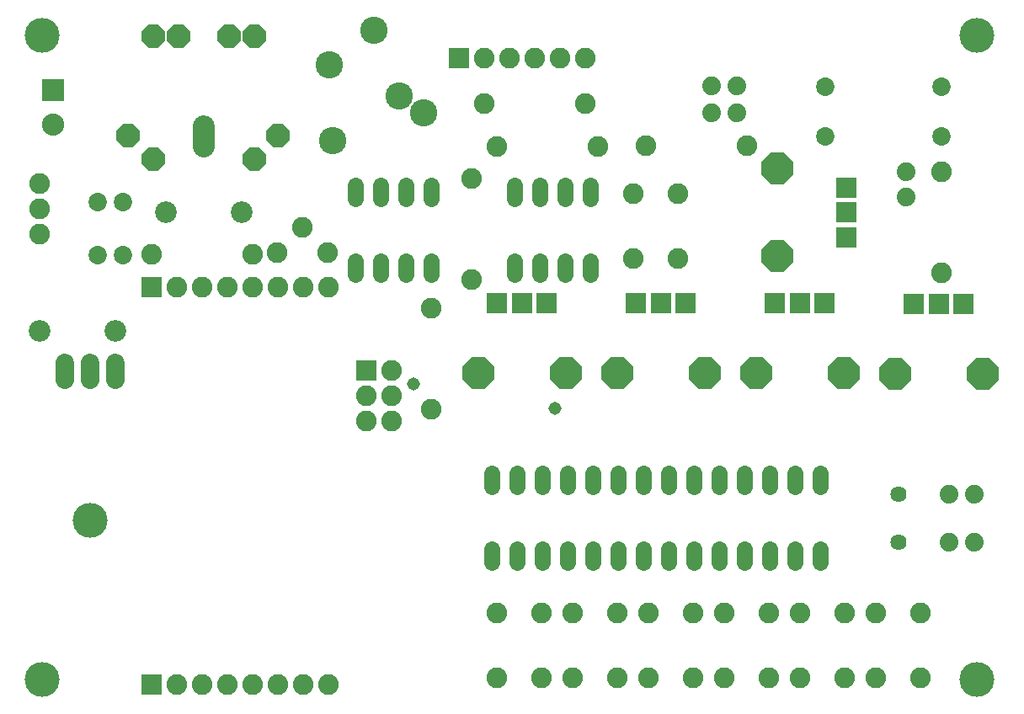
<source format=gbs>
G75*
%MOIN*%
%OFA0B0*%
%FSLAX24Y24*%
%IPPOS*%
%LPD*%
%AMOC8*
5,1,8,0,0,1.08239X$1,22.5*
%
%ADD10C,0.0720*%
%ADD11C,0.1380*%
%ADD12C,0.0730*%
%ADD13C,0.0880*%
%ADD14R,0.0880X0.0880*%
%ADD15R,0.0820X0.0820*%
%ADD16C,0.0820*%
%ADD17C,0.0640*%
%ADD18C,0.0640*%
%ADD19C,0.0740*%
%ADD20OC8,0.1261*%
%ADD21C,0.0860*%
%ADD22C,0.1080*%
%ADD23C,0.0860*%
%ADD24OC8,0.0940*%
%ADD25C,0.0516*%
D10*
X002275Y013255D02*
X002275Y013895D01*
X003275Y013895D02*
X003275Y013255D01*
X004275Y013255D02*
X004275Y013895D01*
D11*
X001375Y001375D03*
X003275Y007675D03*
X001375Y026875D03*
X038375Y026875D03*
X038375Y001375D03*
D12*
X036975Y022890D03*
X036975Y024860D03*
X032375Y024860D03*
X032375Y022890D03*
X004575Y020275D03*
X003575Y020275D03*
X003575Y018175D03*
X004575Y018175D03*
D13*
X001825Y023336D03*
D14*
X001825Y024714D03*
D15*
X005733Y016910D03*
X014225Y013625D03*
X019391Y016281D03*
X020375Y016281D03*
X021359Y016281D03*
X024891Y016281D03*
X025875Y016281D03*
X026859Y016281D03*
X030391Y016281D03*
X031375Y016281D03*
X032359Y016281D03*
X033231Y018891D03*
X033231Y019875D03*
X033231Y020859D03*
X035891Y016231D03*
X036875Y016231D03*
X037859Y016231D03*
X017875Y025975D03*
X005733Y001162D03*
D16*
X006733Y001162D03*
X007733Y001162D03*
X008733Y001162D03*
X009733Y001162D03*
X010733Y001162D03*
X011733Y001162D03*
X012733Y001162D03*
X019385Y001445D03*
X021165Y001445D03*
X022385Y001445D03*
X024165Y001445D03*
X025385Y001445D03*
X027165Y001445D03*
X028385Y001445D03*
X030165Y001445D03*
X031385Y001445D03*
X033165Y001445D03*
X034385Y001445D03*
X036165Y001445D03*
X036165Y004005D03*
X034385Y004005D03*
X033165Y004005D03*
X031385Y004005D03*
X030165Y004005D03*
X028385Y004005D03*
X027165Y004005D03*
X025385Y004005D03*
X024165Y004005D03*
X022385Y004005D03*
X021165Y004005D03*
X019385Y004005D03*
X015225Y011625D03*
X014225Y011625D03*
X014225Y012625D03*
X015225Y012625D03*
X015225Y013625D03*
X016775Y012075D03*
X016775Y016075D03*
X018375Y017225D03*
X018375Y021225D03*
X019375Y022475D03*
X018875Y024175D03*
X018875Y025975D03*
X019875Y025975D03*
X020875Y025975D03*
X021875Y025975D03*
X022875Y025975D03*
X022875Y024175D03*
X023375Y022475D03*
X025275Y022525D03*
X024785Y020605D03*
X026565Y020605D03*
X029275Y022525D03*
X026565Y018045D03*
X024785Y018045D03*
X012733Y016910D03*
X011733Y016910D03*
X010733Y016910D03*
X009733Y016910D03*
X008733Y016910D03*
X007733Y016910D03*
X006733Y016910D03*
X005725Y018225D03*
X009725Y018225D03*
X010675Y018275D03*
X011675Y019275D03*
X012675Y018275D03*
X001275Y019025D03*
X001275Y020025D03*
X001275Y021025D03*
X036975Y021475D03*
X036975Y017475D03*
D17*
X032175Y009555D02*
X032175Y008995D01*
X031175Y008995D02*
X031175Y009555D01*
X030175Y009555D02*
X030175Y008995D01*
X029175Y008995D02*
X029175Y009555D01*
X028175Y009555D02*
X028175Y008995D01*
X027175Y008995D02*
X027175Y009555D01*
X026175Y009555D02*
X026175Y008995D01*
X025175Y008995D02*
X025175Y009555D01*
X024175Y009555D02*
X024175Y008995D01*
X023175Y008995D02*
X023175Y009555D01*
X022175Y009555D02*
X022175Y008995D01*
X021175Y008995D02*
X021175Y009555D01*
X020175Y009555D02*
X020175Y008995D01*
X019175Y008995D02*
X019175Y009555D01*
X019175Y006555D02*
X019175Y005995D01*
X020175Y005995D02*
X020175Y006555D01*
X021175Y006555D02*
X021175Y005995D01*
X022175Y005995D02*
X022175Y006555D01*
X023175Y006555D02*
X023175Y005995D01*
X024175Y005995D02*
X024175Y006555D01*
X025175Y006555D02*
X025175Y005995D01*
X026175Y005995D02*
X026175Y006555D01*
X027175Y006555D02*
X027175Y005995D01*
X028175Y005995D02*
X028175Y006555D01*
X029175Y006555D02*
X029175Y005995D01*
X030175Y005995D02*
X030175Y006555D01*
X031175Y006555D02*
X031175Y005995D01*
X032175Y005995D02*
X032175Y006555D01*
X023075Y017395D02*
X023075Y017955D01*
X022075Y017955D02*
X022075Y017395D01*
X021075Y017395D02*
X021075Y017955D01*
X020075Y017955D02*
X020075Y017395D01*
X016775Y017395D02*
X016775Y017955D01*
X015775Y017955D02*
X015775Y017395D01*
X014775Y017395D02*
X014775Y017955D01*
X013775Y017955D02*
X013775Y017395D01*
X013775Y020395D02*
X013775Y020955D01*
X014775Y020955D02*
X014775Y020395D01*
X015775Y020395D02*
X015775Y020955D01*
X016775Y020955D02*
X016775Y020395D01*
X020075Y020395D02*
X020075Y020955D01*
X021075Y020955D02*
X021075Y020395D01*
X022075Y020395D02*
X022075Y020955D01*
X023075Y020955D02*
X023075Y020395D01*
D18*
X035275Y008725D03*
X035275Y006825D03*
D19*
X037275Y006825D03*
X038275Y006825D03*
X038275Y008725D03*
X037275Y008725D03*
X035575Y020475D03*
X035575Y021475D03*
X028875Y023825D03*
X027875Y023825D03*
X027875Y024875D03*
X028875Y024875D03*
D20*
X030475Y021607D03*
X030475Y018143D03*
X029643Y013525D03*
X027607Y013525D03*
X024143Y013525D03*
X022107Y013525D03*
X018643Y013525D03*
X033107Y013525D03*
X035143Y013475D03*
X038607Y013475D03*
D21*
X009275Y019875D03*
X006275Y019875D03*
X004275Y015175D03*
X001275Y015175D03*
D22*
X012871Y022705D03*
X015509Y024477D03*
X016494Y023807D03*
X012753Y025697D03*
X014525Y027075D03*
D23*
X007775Y023273D02*
X007775Y022493D01*
D24*
X005775Y021962D03*
X004775Y022922D03*
X009775Y021962D03*
X010736Y022922D03*
X009775Y026844D03*
X008775Y026844D03*
X006775Y026844D03*
X005775Y026844D03*
D25*
X016075Y013075D03*
X021675Y012125D03*
M02*

</source>
